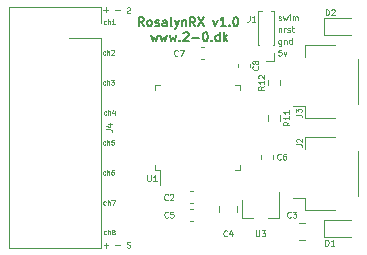
<source format=gbr>
%TF.GenerationSoftware,KiCad,Pcbnew,5.1.8-db9833491~87~ubuntu20.04.1*%
%TF.CreationDate,2020-11-05T18:06:58+01:00*%
%TF.ProjectId,rosalyn-rx,726f7361-6c79-46e2-9d72-782e6b696361,v1.0*%
%TF.SameCoordinates,Original*%
%TF.FileFunction,Legend,Top*%
%TF.FilePolarity,Positive*%
%FSLAX46Y46*%
G04 Gerber Fmt 4.6, Leading zero omitted, Abs format (unit mm)*
G04 Created by KiCad (PCBNEW 5.1.8-db9833491~87~ubuntu20.04.1) date 2020-11-05 18:06:58*
%MOMM*%
%LPD*%
G01*
G04 APERTURE LIST*
%ADD10C,0.100000*%
%ADD11C,0.125000*%
%ADD12C,0.187500*%
%ADD13C,0.120000*%
G04 APERTURE END LIST*
D10*
X127233809Y-109031904D02*
X127195714Y-109050952D01*
X127119523Y-109050952D01*
X127081428Y-109031904D01*
X127062380Y-109012857D01*
X127043333Y-108974761D01*
X127043333Y-108860476D01*
X127062380Y-108822380D01*
X127081428Y-108803333D01*
X127119523Y-108784285D01*
X127195714Y-108784285D01*
X127233809Y-108803333D01*
X127405238Y-109050952D02*
X127405238Y-108650952D01*
X127576666Y-109050952D02*
X127576666Y-108841428D01*
X127557619Y-108803333D01*
X127519523Y-108784285D01*
X127462380Y-108784285D01*
X127424285Y-108803333D01*
X127405238Y-108822380D01*
X127824285Y-108822380D02*
X127786190Y-108803333D01*
X127767142Y-108784285D01*
X127748095Y-108746190D01*
X127748095Y-108727142D01*
X127767142Y-108689047D01*
X127786190Y-108670000D01*
X127824285Y-108650952D01*
X127900476Y-108650952D01*
X127938571Y-108670000D01*
X127957619Y-108689047D01*
X127976666Y-108727142D01*
X127976666Y-108746190D01*
X127957619Y-108784285D01*
X127938571Y-108803333D01*
X127900476Y-108822380D01*
X127824285Y-108822380D01*
X127786190Y-108841428D01*
X127767142Y-108860476D01*
X127748095Y-108898571D01*
X127748095Y-108974761D01*
X127767142Y-109012857D01*
X127786190Y-109031904D01*
X127824285Y-109050952D01*
X127900476Y-109050952D01*
X127938571Y-109031904D01*
X127957619Y-109012857D01*
X127976666Y-108974761D01*
X127976666Y-108898571D01*
X127957619Y-108860476D01*
X127938571Y-108841428D01*
X127900476Y-108822380D01*
X127213809Y-106501904D02*
X127175714Y-106520952D01*
X127099523Y-106520952D01*
X127061428Y-106501904D01*
X127042380Y-106482857D01*
X127023333Y-106444761D01*
X127023333Y-106330476D01*
X127042380Y-106292380D01*
X127061428Y-106273333D01*
X127099523Y-106254285D01*
X127175714Y-106254285D01*
X127213809Y-106273333D01*
X127385238Y-106520952D02*
X127385238Y-106120952D01*
X127556666Y-106520952D02*
X127556666Y-106311428D01*
X127537619Y-106273333D01*
X127499523Y-106254285D01*
X127442380Y-106254285D01*
X127404285Y-106273333D01*
X127385238Y-106292380D01*
X127709047Y-106120952D02*
X127975714Y-106120952D01*
X127804285Y-106520952D01*
X127193809Y-103971904D02*
X127155714Y-103990952D01*
X127079523Y-103990952D01*
X127041428Y-103971904D01*
X127022380Y-103952857D01*
X127003333Y-103914761D01*
X127003333Y-103800476D01*
X127022380Y-103762380D01*
X127041428Y-103743333D01*
X127079523Y-103724285D01*
X127155714Y-103724285D01*
X127193809Y-103743333D01*
X127365238Y-103990952D02*
X127365238Y-103590952D01*
X127536666Y-103990952D02*
X127536666Y-103781428D01*
X127517619Y-103743333D01*
X127479523Y-103724285D01*
X127422380Y-103724285D01*
X127384285Y-103743333D01*
X127365238Y-103762380D01*
X127898571Y-103590952D02*
X127822380Y-103590952D01*
X127784285Y-103610000D01*
X127765238Y-103629047D01*
X127727142Y-103686190D01*
X127708095Y-103762380D01*
X127708095Y-103914761D01*
X127727142Y-103952857D01*
X127746190Y-103971904D01*
X127784285Y-103990952D01*
X127860476Y-103990952D01*
X127898571Y-103971904D01*
X127917619Y-103952857D01*
X127936666Y-103914761D01*
X127936666Y-103819523D01*
X127917619Y-103781428D01*
X127898571Y-103762380D01*
X127860476Y-103743333D01*
X127784285Y-103743333D01*
X127746190Y-103762380D01*
X127727142Y-103781428D01*
X127708095Y-103819523D01*
X127193809Y-101431904D02*
X127155714Y-101450952D01*
X127079523Y-101450952D01*
X127041428Y-101431904D01*
X127022380Y-101412857D01*
X127003333Y-101374761D01*
X127003333Y-101260476D01*
X127022380Y-101222380D01*
X127041428Y-101203333D01*
X127079523Y-101184285D01*
X127155714Y-101184285D01*
X127193809Y-101203333D01*
X127365238Y-101450952D02*
X127365238Y-101050952D01*
X127536666Y-101450952D02*
X127536666Y-101241428D01*
X127517619Y-101203333D01*
X127479523Y-101184285D01*
X127422380Y-101184285D01*
X127384285Y-101203333D01*
X127365238Y-101222380D01*
X127917619Y-101050952D02*
X127727142Y-101050952D01*
X127708095Y-101241428D01*
X127727142Y-101222380D01*
X127765238Y-101203333D01*
X127860476Y-101203333D01*
X127898571Y-101222380D01*
X127917619Y-101241428D01*
X127936666Y-101279523D01*
X127936666Y-101374761D01*
X127917619Y-101412857D01*
X127898571Y-101431904D01*
X127860476Y-101450952D01*
X127765238Y-101450952D01*
X127727142Y-101431904D01*
X127708095Y-101412857D01*
X127273809Y-98881904D02*
X127235714Y-98900952D01*
X127159523Y-98900952D01*
X127121428Y-98881904D01*
X127102380Y-98862857D01*
X127083333Y-98824761D01*
X127083333Y-98710476D01*
X127102380Y-98672380D01*
X127121428Y-98653333D01*
X127159523Y-98634285D01*
X127235714Y-98634285D01*
X127273809Y-98653333D01*
X127445238Y-98900952D02*
X127445238Y-98500952D01*
X127616666Y-98900952D02*
X127616666Y-98691428D01*
X127597619Y-98653333D01*
X127559523Y-98634285D01*
X127502380Y-98634285D01*
X127464285Y-98653333D01*
X127445238Y-98672380D01*
X127978571Y-98634285D02*
X127978571Y-98900952D01*
X127883333Y-98481904D02*
X127788095Y-98767619D01*
X128035714Y-98767619D01*
X127183809Y-96351904D02*
X127145714Y-96370952D01*
X127069523Y-96370952D01*
X127031428Y-96351904D01*
X127012380Y-96332857D01*
X126993333Y-96294761D01*
X126993333Y-96180476D01*
X127012380Y-96142380D01*
X127031428Y-96123333D01*
X127069523Y-96104285D01*
X127145714Y-96104285D01*
X127183809Y-96123333D01*
X127355238Y-96370952D02*
X127355238Y-95970952D01*
X127526666Y-96370952D02*
X127526666Y-96161428D01*
X127507619Y-96123333D01*
X127469523Y-96104285D01*
X127412380Y-96104285D01*
X127374285Y-96123333D01*
X127355238Y-96142380D01*
X127679047Y-95970952D02*
X127926666Y-95970952D01*
X127793333Y-96123333D01*
X127850476Y-96123333D01*
X127888571Y-96142380D01*
X127907619Y-96161428D01*
X127926666Y-96199523D01*
X127926666Y-96294761D01*
X127907619Y-96332857D01*
X127888571Y-96351904D01*
X127850476Y-96370952D01*
X127736190Y-96370952D01*
X127698095Y-96351904D01*
X127679047Y-96332857D01*
X127193809Y-93801904D02*
X127155714Y-93820952D01*
X127079523Y-93820952D01*
X127041428Y-93801904D01*
X127022380Y-93782857D01*
X127003333Y-93744761D01*
X127003333Y-93630476D01*
X127022380Y-93592380D01*
X127041428Y-93573333D01*
X127079523Y-93554285D01*
X127155714Y-93554285D01*
X127193809Y-93573333D01*
X127365238Y-93820952D02*
X127365238Y-93420952D01*
X127536666Y-93820952D02*
X127536666Y-93611428D01*
X127517619Y-93573333D01*
X127479523Y-93554285D01*
X127422380Y-93554285D01*
X127384285Y-93573333D01*
X127365238Y-93592380D01*
X127708095Y-93459047D02*
X127727142Y-93440000D01*
X127765238Y-93420952D01*
X127860476Y-93420952D01*
X127898571Y-93440000D01*
X127917619Y-93459047D01*
X127936666Y-93497142D01*
X127936666Y-93535238D01*
X127917619Y-93592380D01*
X127689047Y-93820952D01*
X127936666Y-93820952D01*
X127233809Y-91231904D02*
X127195714Y-91250952D01*
X127119523Y-91250952D01*
X127081428Y-91231904D01*
X127062380Y-91212857D01*
X127043333Y-91174761D01*
X127043333Y-91060476D01*
X127062380Y-91022380D01*
X127081428Y-91003333D01*
X127119523Y-90984285D01*
X127195714Y-90984285D01*
X127233809Y-91003333D01*
X127405238Y-91250952D02*
X127405238Y-90850952D01*
X127576666Y-91250952D02*
X127576666Y-91041428D01*
X127557619Y-91003333D01*
X127519523Y-90984285D01*
X127462380Y-90984285D01*
X127424285Y-91003333D01*
X127405238Y-91022380D01*
X127976666Y-91250952D02*
X127748095Y-91250952D01*
X127862380Y-91250952D02*
X127862380Y-90850952D01*
X127824285Y-90908095D01*
X127786190Y-90946190D01*
X127748095Y-90965238D01*
D11*
X127050952Y-109975714D02*
X127431904Y-109975714D01*
X127241428Y-110166190D02*
X127241428Y-109785238D01*
X128050952Y-109975714D02*
X128431904Y-109975714D01*
X129027142Y-110142380D02*
X129098571Y-110166190D01*
X129217619Y-110166190D01*
X129265238Y-110142380D01*
X129289047Y-110118571D01*
X129312857Y-110070952D01*
X129312857Y-110023333D01*
X129289047Y-109975714D01*
X129265238Y-109951904D01*
X129217619Y-109928095D01*
X129122380Y-109904285D01*
X129074761Y-109880476D01*
X129050952Y-109856666D01*
X129027142Y-109809047D01*
X129027142Y-109761428D01*
X129050952Y-109713809D01*
X129074761Y-109690000D01*
X129122380Y-109666190D01*
X129241428Y-109666190D01*
X129312857Y-109690000D01*
D12*
X131060000Y-92179285D02*
X131202857Y-92679285D01*
X131345714Y-92322142D01*
X131488571Y-92679285D01*
X131631428Y-92179285D01*
X131845714Y-92179285D02*
X131988571Y-92679285D01*
X132131428Y-92322142D01*
X132274285Y-92679285D01*
X132417142Y-92179285D01*
X132631428Y-92179285D02*
X132774285Y-92679285D01*
X132917142Y-92322142D01*
X133060000Y-92679285D01*
X133202857Y-92179285D01*
X133488571Y-92607857D02*
X133524285Y-92643571D01*
X133488571Y-92679285D01*
X133452857Y-92643571D01*
X133488571Y-92607857D01*
X133488571Y-92679285D01*
X133810000Y-92000714D02*
X133845714Y-91965000D01*
X133917142Y-91929285D01*
X134095714Y-91929285D01*
X134167142Y-91965000D01*
X134202857Y-92000714D01*
X134238571Y-92072142D01*
X134238571Y-92143571D01*
X134202857Y-92250714D01*
X133774285Y-92679285D01*
X134238571Y-92679285D01*
X134560000Y-92393571D02*
X135131428Y-92393571D01*
X135631428Y-91929285D02*
X135702857Y-91929285D01*
X135774285Y-91965000D01*
X135810000Y-92000714D01*
X135845714Y-92072142D01*
X135881428Y-92215000D01*
X135881428Y-92393571D01*
X135845714Y-92536428D01*
X135810000Y-92607857D01*
X135774285Y-92643571D01*
X135702857Y-92679285D01*
X135631428Y-92679285D01*
X135560000Y-92643571D01*
X135524285Y-92607857D01*
X135488571Y-92536428D01*
X135452857Y-92393571D01*
X135452857Y-92215000D01*
X135488571Y-92072142D01*
X135524285Y-92000714D01*
X135560000Y-91965000D01*
X135631428Y-91929285D01*
X136202857Y-92607857D02*
X136238571Y-92643571D01*
X136202857Y-92679285D01*
X136167142Y-92643571D01*
X136202857Y-92607857D01*
X136202857Y-92679285D01*
X136881428Y-92679285D02*
X136881428Y-91929285D01*
X136881428Y-92643571D02*
X136810000Y-92679285D01*
X136667142Y-92679285D01*
X136595714Y-92643571D01*
X136560000Y-92607857D01*
X136524285Y-92536428D01*
X136524285Y-92322142D01*
X136560000Y-92250714D01*
X136595714Y-92215000D01*
X136667142Y-92179285D01*
X136810000Y-92179285D01*
X136881428Y-92215000D01*
X137238571Y-92679285D02*
X137238571Y-91929285D01*
X137310000Y-92393571D02*
X137524285Y-92679285D01*
X137524285Y-92179285D02*
X137238571Y-92465000D01*
X130452142Y-91409285D02*
X130202142Y-91052142D01*
X130023571Y-91409285D02*
X130023571Y-90659285D01*
X130309285Y-90659285D01*
X130380714Y-90695000D01*
X130416428Y-90730714D01*
X130452142Y-90802142D01*
X130452142Y-90909285D01*
X130416428Y-90980714D01*
X130380714Y-91016428D01*
X130309285Y-91052142D01*
X130023571Y-91052142D01*
X130880714Y-91409285D02*
X130809285Y-91373571D01*
X130773571Y-91337857D01*
X130737857Y-91266428D01*
X130737857Y-91052142D01*
X130773571Y-90980714D01*
X130809285Y-90945000D01*
X130880714Y-90909285D01*
X130987857Y-90909285D01*
X131059285Y-90945000D01*
X131095000Y-90980714D01*
X131130714Y-91052142D01*
X131130714Y-91266428D01*
X131095000Y-91337857D01*
X131059285Y-91373571D01*
X130987857Y-91409285D01*
X130880714Y-91409285D01*
X131416428Y-91373571D02*
X131487857Y-91409285D01*
X131630714Y-91409285D01*
X131702142Y-91373571D01*
X131737857Y-91302142D01*
X131737857Y-91266428D01*
X131702142Y-91195000D01*
X131630714Y-91159285D01*
X131523571Y-91159285D01*
X131452142Y-91123571D01*
X131416428Y-91052142D01*
X131416428Y-91016428D01*
X131452142Y-90945000D01*
X131523571Y-90909285D01*
X131630714Y-90909285D01*
X131702142Y-90945000D01*
X132380714Y-91409285D02*
X132380714Y-91016428D01*
X132345000Y-90945000D01*
X132273571Y-90909285D01*
X132130714Y-90909285D01*
X132059285Y-90945000D01*
X132380714Y-91373571D02*
X132309285Y-91409285D01*
X132130714Y-91409285D01*
X132059285Y-91373571D01*
X132023571Y-91302142D01*
X132023571Y-91230714D01*
X132059285Y-91159285D01*
X132130714Y-91123571D01*
X132309285Y-91123571D01*
X132380714Y-91087857D01*
X132845000Y-91409285D02*
X132773571Y-91373571D01*
X132737857Y-91302142D01*
X132737857Y-90659285D01*
X133059285Y-90909285D02*
X133237857Y-91409285D01*
X133416428Y-90909285D02*
X133237857Y-91409285D01*
X133166428Y-91587857D01*
X133130714Y-91623571D01*
X133059285Y-91659285D01*
X133702142Y-90909285D02*
X133702142Y-91409285D01*
X133702142Y-90980714D02*
X133737857Y-90945000D01*
X133809285Y-90909285D01*
X133916428Y-90909285D01*
X133987857Y-90945000D01*
X134023571Y-91016428D01*
X134023571Y-91409285D01*
X134809285Y-91409285D02*
X134559285Y-91052142D01*
X134380714Y-91409285D02*
X134380714Y-90659285D01*
X134666428Y-90659285D01*
X134737857Y-90695000D01*
X134773571Y-90730714D01*
X134809285Y-90802142D01*
X134809285Y-90909285D01*
X134773571Y-90980714D01*
X134737857Y-91016428D01*
X134666428Y-91052142D01*
X134380714Y-91052142D01*
X135059285Y-90659285D02*
X135559285Y-91409285D01*
X135559285Y-90659285D02*
X135059285Y-91409285D01*
X136345000Y-90909285D02*
X136523571Y-91409285D01*
X136702142Y-90909285D01*
X137380714Y-91409285D02*
X136952142Y-91409285D01*
X137166428Y-91409285D02*
X137166428Y-90659285D01*
X137095000Y-90766428D01*
X137023571Y-90837857D01*
X136952142Y-90873571D01*
X137702142Y-91337857D02*
X137737857Y-91373571D01*
X137702142Y-91409285D01*
X137666428Y-91373571D01*
X137702142Y-91337857D01*
X137702142Y-91409285D01*
X138202142Y-90659285D02*
X138273571Y-90659285D01*
X138345000Y-90695000D01*
X138380714Y-90730714D01*
X138416428Y-90802142D01*
X138452142Y-90945000D01*
X138452142Y-91123571D01*
X138416428Y-91266428D01*
X138380714Y-91337857D01*
X138345000Y-91373571D01*
X138273571Y-91409285D01*
X138202142Y-91409285D01*
X138130714Y-91373571D01*
X138095000Y-91337857D01*
X138059285Y-91266428D01*
X138023571Y-91123571D01*
X138023571Y-90945000D01*
X138059285Y-90802142D01*
X138095000Y-90730714D01*
X138130714Y-90695000D01*
X138202142Y-90659285D01*
D11*
X127030952Y-90024285D02*
X127411904Y-90024285D01*
X127221428Y-89833809D02*
X127221428Y-90214761D01*
X128030952Y-90024285D02*
X128411904Y-90024285D01*
X129007142Y-89857619D02*
X129078571Y-89833809D01*
X129197619Y-89833809D01*
X129245238Y-89857619D01*
X129269047Y-89881428D01*
X129292857Y-89929047D01*
X129292857Y-89976666D01*
X129269047Y-90024285D01*
X129245238Y-90048095D01*
X129197619Y-90071904D01*
X129102380Y-90095714D01*
X129054761Y-90119523D01*
X129030952Y-90143333D01*
X129007142Y-90190952D01*
X129007142Y-90238571D01*
X129030952Y-90286190D01*
X129054761Y-90310000D01*
X129102380Y-90333809D01*
X129221428Y-90333809D01*
X129292857Y-90310000D01*
X141858571Y-90902380D02*
X141906190Y-90926190D01*
X142001428Y-90926190D01*
X142049047Y-90902380D01*
X142072857Y-90854761D01*
X142072857Y-90830952D01*
X142049047Y-90783333D01*
X142001428Y-90759523D01*
X141930000Y-90759523D01*
X141882380Y-90735714D01*
X141858571Y-90688095D01*
X141858571Y-90664285D01*
X141882380Y-90616666D01*
X141930000Y-90592857D01*
X142001428Y-90592857D01*
X142049047Y-90616666D01*
X142239523Y-90592857D02*
X142334761Y-90926190D01*
X142430000Y-90688095D01*
X142525238Y-90926190D01*
X142620476Y-90592857D01*
X142810952Y-90926190D02*
X142810952Y-90592857D01*
X142810952Y-90426190D02*
X142787142Y-90450000D01*
X142810952Y-90473809D01*
X142834761Y-90450000D01*
X142810952Y-90426190D01*
X142810952Y-90473809D01*
X143049047Y-90926190D02*
X143049047Y-90592857D01*
X143049047Y-90640476D02*
X143072857Y-90616666D01*
X143120476Y-90592857D01*
X143191904Y-90592857D01*
X143239523Y-90616666D01*
X143263333Y-90664285D01*
X143263333Y-90926190D01*
X143263333Y-90664285D02*
X143287142Y-90616666D01*
X143334761Y-90592857D01*
X143406190Y-90592857D01*
X143453809Y-90616666D01*
X143477619Y-90664285D01*
X143477619Y-90926190D01*
X141872857Y-91592857D02*
X141872857Y-91926190D01*
X141872857Y-91640476D02*
X141896666Y-91616666D01*
X141944285Y-91592857D01*
X142015714Y-91592857D01*
X142063333Y-91616666D01*
X142087142Y-91664285D01*
X142087142Y-91926190D01*
X142325238Y-91926190D02*
X142325238Y-91592857D01*
X142325238Y-91688095D02*
X142349047Y-91640476D01*
X142372857Y-91616666D01*
X142420476Y-91592857D01*
X142468095Y-91592857D01*
X142610952Y-91902380D02*
X142658571Y-91926190D01*
X142753809Y-91926190D01*
X142801428Y-91902380D01*
X142825238Y-91854761D01*
X142825238Y-91830952D01*
X142801428Y-91783333D01*
X142753809Y-91759523D01*
X142682380Y-91759523D01*
X142634761Y-91735714D01*
X142610952Y-91688095D01*
X142610952Y-91664285D01*
X142634761Y-91616666D01*
X142682380Y-91592857D01*
X142753809Y-91592857D01*
X142801428Y-91616666D01*
X142968095Y-91592857D02*
X143158571Y-91592857D01*
X143039523Y-91426190D02*
X143039523Y-91854761D01*
X143063333Y-91902380D01*
X143110952Y-91926190D01*
X143158571Y-91926190D01*
X142084761Y-92582857D02*
X142084761Y-92987619D01*
X142060952Y-93035238D01*
X142037142Y-93059047D01*
X141989523Y-93082857D01*
X141918095Y-93082857D01*
X141870476Y-93059047D01*
X142084761Y-92892380D02*
X142037142Y-92916190D01*
X141941904Y-92916190D01*
X141894285Y-92892380D01*
X141870476Y-92868571D01*
X141846666Y-92820952D01*
X141846666Y-92678095D01*
X141870476Y-92630476D01*
X141894285Y-92606666D01*
X141941904Y-92582857D01*
X142037142Y-92582857D01*
X142084761Y-92606666D01*
X142322857Y-92582857D02*
X142322857Y-92916190D01*
X142322857Y-92630476D02*
X142346666Y-92606666D01*
X142394285Y-92582857D01*
X142465714Y-92582857D01*
X142513333Y-92606666D01*
X142537142Y-92654285D01*
X142537142Y-92916190D01*
X142989523Y-92916190D02*
X142989523Y-92416190D01*
X142989523Y-92892380D02*
X142941904Y-92916190D01*
X142846666Y-92916190D01*
X142799047Y-92892380D01*
X142775238Y-92868571D01*
X142751428Y-92820952D01*
X142751428Y-92678095D01*
X142775238Y-92630476D01*
X142799047Y-92606666D01*
X142846666Y-92582857D01*
X142941904Y-92582857D01*
X142989523Y-92606666D01*
X142098571Y-93406190D02*
X141860476Y-93406190D01*
X141836666Y-93644285D01*
X141860476Y-93620476D01*
X141908095Y-93596666D01*
X142027142Y-93596666D01*
X142074761Y-93620476D01*
X142098571Y-93644285D01*
X142122380Y-93691904D01*
X142122380Y-93810952D01*
X142098571Y-93858571D01*
X142074761Y-93882380D01*
X142027142Y-93906190D01*
X141908095Y-93906190D01*
X141860476Y-93882380D01*
X141836666Y-93858571D01*
X142289047Y-93572857D02*
X142408095Y-93906190D01*
X142527142Y-93572857D01*
D13*
%TO.C,J4*%
X126820000Y-110220000D02*
X119080000Y-110220000D01*
X126820000Y-92380000D02*
X126820000Y-110220000D01*
X119080000Y-89780000D02*
X119080000Y-110220000D01*
X126820000Y-92380000D02*
X124160000Y-92380000D01*
X126820000Y-91110000D02*
X126820000Y-89780000D01*
X126820000Y-89780000D02*
X119080000Y-89780000D01*
%TO.C,J3*%
X148585000Y-98040000D02*
X148585000Y-94160000D01*
X144115000Y-92990000D02*
X144115000Y-94040000D01*
X146615000Y-92990000D02*
X144115000Y-92990000D01*
X144115000Y-98160000D02*
X143125000Y-98160000D01*
X144115000Y-99210000D02*
X144115000Y-98160000D01*
X146615000Y-99210000D02*
X144115000Y-99210000D01*
%TO.C,J2*%
X148585000Y-105840000D02*
X148585000Y-101960000D01*
X144115000Y-100790000D02*
X144115000Y-101840000D01*
X146615000Y-100790000D02*
X144115000Y-100790000D01*
X144115000Y-105960000D02*
X143125000Y-105960000D01*
X144115000Y-107010000D02*
X144115000Y-105960000D01*
X146615000Y-107010000D02*
X144115000Y-107010000D01*
%TO.C,J1*%
X141515000Y-90140000D02*
X141214493Y-90140000D01*
X140425507Y-90140000D02*
X140125000Y-90140000D01*
X141515000Y-93015000D02*
X141515000Y-90140000D01*
X140125000Y-93015000D02*
X140125000Y-90140000D01*
X141515000Y-93015000D02*
X141428276Y-93015000D01*
X140211724Y-93015000D02*
X140125000Y-93015000D01*
X141515000Y-93700000D02*
X141515000Y-94385000D01*
X141515000Y-94385000D02*
X140820000Y-94385000D01*
%TO.C,R12*%
X140955500Y-95952742D02*
X140955500Y-96427258D01*
X142000500Y-95952742D02*
X142000500Y-96427258D01*
%TO.C,R11*%
X140955500Y-98942742D02*
X140955500Y-99417258D01*
X142000500Y-98942742D02*
X142000500Y-99417258D01*
%TO.C,D2*%
X145715000Y-92175000D02*
X148000000Y-92175000D01*
X145715000Y-90705000D02*
X145715000Y-92175000D01*
X148000000Y-90705000D02*
X145715000Y-90705000D01*
%TO.C,D1*%
X145715000Y-109285000D02*
X148000000Y-109285000D01*
X145715000Y-107815000D02*
X145715000Y-109285000D01*
X148000000Y-107815000D02*
X145715000Y-107815000D01*
%TO.C,C7*%
X135259420Y-93200000D02*
X135540580Y-93200000D01*
X135259420Y-94220000D02*
X135540580Y-94220000D01*
%TO.C,C6*%
X140380000Y-102640580D02*
X140380000Y-102359420D01*
X141400000Y-102640580D02*
X141400000Y-102359420D01*
%TO.C,C5*%
X134640580Y-107910000D02*
X134359420Y-107910000D01*
X134640580Y-106890000D02*
X134359420Y-106890000D01*
%TO.C,U3*%
X138760000Y-107640000D02*
X138760000Y-106180000D01*
X141920000Y-107640000D02*
X141920000Y-105480000D01*
X141920000Y-107640000D02*
X140990000Y-107640000D01*
X138760000Y-107640000D02*
X139690000Y-107640000D01*
%TO.C,C4*%
X138325000Y-107141252D02*
X138325000Y-106618748D01*
X136855000Y-107141252D02*
X136855000Y-106618748D01*
%TO.C,C3*%
X144081252Y-108085000D02*
X143558748Y-108085000D01*
X144081252Y-109555000D02*
X143558748Y-109555000D01*
%TO.C,C2*%
X134640580Y-105410000D02*
X134359420Y-105410000D01*
X134640580Y-106430000D02*
X134359420Y-106430000D01*
%TO.C,U1*%
X138610000Y-96840000D02*
X138610000Y-96390000D01*
X138610000Y-96390000D02*
X138160000Y-96390000D01*
X138610000Y-103160000D02*
X138610000Y-103610000D01*
X138610000Y-103610000D02*
X138160000Y-103610000D01*
X131390000Y-96840000D02*
X131390000Y-96390000D01*
X131390000Y-96390000D02*
X131840000Y-96390000D01*
X131390000Y-103160000D02*
X131390000Y-103610000D01*
X131390000Y-103610000D02*
X131840000Y-103610000D01*
X131840000Y-103610000D02*
X131840000Y-104900000D01*
%TO.C,C8*%
X139418000Y-94588420D02*
X139418000Y-94869580D01*
X138398000Y-94588420D02*
X138398000Y-94869580D01*
%TO.C,J4*%
D11*
X127246190Y-100166666D02*
X127603333Y-100166666D01*
X127674761Y-100190476D01*
X127722380Y-100238095D01*
X127746190Y-100309523D01*
X127746190Y-100357142D01*
X127412857Y-99714285D02*
X127746190Y-99714285D01*
X127222380Y-99833333D02*
X127579523Y-99952380D01*
X127579523Y-99642857D01*
%TO.C,J3*%
X143316190Y-98906666D02*
X143673333Y-98906666D01*
X143744761Y-98930476D01*
X143792380Y-98978095D01*
X143816190Y-99049523D01*
X143816190Y-99097142D01*
X143316190Y-98716190D02*
X143316190Y-98406666D01*
X143506666Y-98573333D01*
X143506666Y-98501904D01*
X143530476Y-98454285D01*
X143554285Y-98430476D01*
X143601904Y-98406666D01*
X143720952Y-98406666D01*
X143768571Y-98430476D01*
X143792380Y-98454285D01*
X143816190Y-98501904D01*
X143816190Y-98644761D01*
X143792380Y-98692380D01*
X143768571Y-98716190D01*
%TO.C,J2*%
X143366190Y-101436666D02*
X143723333Y-101436666D01*
X143794761Y-101460476D01*
X143842380Y-101508095D01*
X143866190Y-101579523D01*
X143866190Y-101627142D01*
X143413809Y-101222380D02*
X143390000Y-101198571D01*
X143366190Y-101150952D01*
X143366190Y-101031904D01*
X143390000Y-100984285D01*
X143413809Y-100960476D01*
X143461428Y-100936666D01*
X143509047Y-100936666D01*
X143580476Y-100960476D01*
X143866190Y-101246190D01*
X143866190Y-100936666D01*
%TO.C,J1*%
X139403333Y-90536190D02*
X139403333Y-90893333D01*
X139379523Y-90964761D01*
X139331904Y-91012380D01*
X139260476Y-91036190D01*
X139212857Y-91036190D01*
X139903333Y-91036190D02*
X139617619Y-91036190D01*
X139760476Y-91036190D02*
X139760476Y-90536190D01*
X139712857Y-90607619D01*
X139665238Y-90655238D01*
X139617619Y-90679047D01*
%TO.C,R12*%
X140656190Y-96511428D02*
X140418095Y-96678095D01*
X140656190Y-96797142D02*
X140156190Y-96797142D01*
X140156190Y-96606666D01*
X140180000Y-96559047D01*
X140203809Y-96535238D01*
X140251428Y-96511428D01*
X140322857Y-96511428D01*
X140370476Y-96535238D01*
X140394285Y-96559047D01*
X140418095Y-96606666D01*
X140418095Y-96797142D01*
X140656190Y-96035238D02*
X140656190Y-96320952D01*
X140656190Y-96178095D02*
X140156190Y-96178095D01*
X140227619Y-96225714D01*
X140275238Y-96273333D01*
X140299047Y-96320952D01*
X140203809Y-95844761D02*
X140180000Y-95820952D01*
X140156190Y-95773333D01*
X140156190Y-95654285D01*
X140180000Y-95606666D01*
X140203809Y-95582857D01*
X140251428Y-95559047D01*
X140299047Y-95559047D01*
X140370476Y-95582857D01*
X140656190Y-95868571D01*
X140656190Y-95559047D01*
%TO.C,R11*%
X142776190Y-99511428D02*
X142538095Y-99678095D01*
X142776190Y-99797142D02*
X142276190Y-99797142D01*
X142276190Y-99606666D01*
X142300000Y-99559047D01*
X142323809Y-99535238D01*
X142371428Y-99511428D01*
X142442857Y-99511428D01*
X142490476Y-99535238D01*
X142514285Y-99559047D01*
X142538095Y-99606666D01*
X142538095Y-99797142D01*
X142776190Y-99035238D02*
X142776190Y-99320952D01*
X142776190Y-99178095D02*
X142276190Y-99178095D01*
X142347619Y-99225714D01*
X142395238Y-99273333D01*
X142419047Y-99320952D01*
X142776190Y-98559047D02*
X142776190Y-98844761D01*
X142776190Y-98701904D02*
X142276190Y-98701904D01*
X142347619Y-98749523D01*
X142395238Y-98797142D01*
X142419047Y-98844761D01*
%TO.C,D2*%
X145850952Y-90486190D02*
X145850952Y-89986190D01*
X145970000Y-89986190D01*
X146041428Y-90010000D01*
X146089047Y-90057619D01*
X146112857Y-90105238D01*
X146136666Y-90200476D01*
X146136666Y-90271904D01*
X146112857Y-90367142D01*
X146089047Y-90414761D01*
X146041428Y-90462380D01*
X145970000Y-90486190D01*
X145850952Y-90486190D01*
X146327142Y-90033809D02*
X146350952Y-90010000D01*
X146398571Y-89986190D01*
X146517619Y-89986190D01*
X146565238Y-90010000D01*
X146589047Y-90033809D01*
X146612857Y-90081428D01*
X146612857Y-90129047D01*
X146589047Y-90200476D01*
X146303333Y-90486190D01*
X146612857Y-90486190D01*
%TO.C,D1*%
X145820952Y-109996190D02*
X145820952Y-109496190D01*
X145940000Y-109496190D01*
X146011428Y-109520000D01*
X146059047Y-109567619D01*
X146082857Y-109615238D01*
X146106666Y-109710476D01*
X146106666Y-109781904D01*
X146082857Y-109877142D01*
X146059047Y-109924761D01*
X146011428Y-109972380D01*
X145940000Y-109996190D01*
X145820952Y-109996190D01*
X146582857Y-109996190D02*
X146297142Y-109996190D01*
X146440000Y-109996190D02*
X146440000Y-109496190D01*
X146392380Y-109567619D01*
X146344761Y-109615238D01*
X146297142Y-109639047D01*
%TO.C,C7*%
X133316666Y-93888571D02*
X133292857Y-93912380D01*
X133221428Y-93936190D01*
X133173809Y-93936190D01*
X133102380Y-93912380D01*
X133054761Y-93864761D01*
X133030952Y-93817142D01*
X133007142Y-93721904D01*
X133007142Y-93650476D01*
X133030952Y-93555238D01*
X133054761Y-93507619D01*
X133102380Y-93460000D01*
X133173809Y-93436190D01*
X133221428Y-93436190D01*
X133292857Y-93460000D01*
X133316666Y-93483809D01*
X133483333Y-93436190D02*
X133816666Y-93436190D01*
X133602380Y-93936190D01*
%TO.C,C6*%
X142046666Y-102678571D02*
X142022857Y-102702380D01*
X141951428Y-102726190D01*
X141903809Y-102726190D01*
X141832380Y-102702380D01*
X141784761Y-102654761D01*
X141760952Y-102607142D01*
X141737142Y-102511904D01*
X141737142Y-102440476D01*
X141760952Y-102345238D01*
X141784761Y-102297619D01*
X141832380Y-102250000D01*
X141903809Y-102226190D01*
X141951428Y-102226190D01*
X142022857Y-102250000D01*
X142046666Y-102273809D01*
X142475238Y-102226190D02*
X142380000Y-102226190D01*
X142332380Y-102250000D01*
X142308571Y-102273809D01*
X142260952Y-102345238D01*
X142237142Y-102440476D01*
X142237142Y-102630952D01*
X142260952Y-102678571D01*
X142284761Y-102702380D01*
X142332380Y-102726190D01*
X142427619Y-102726190D01*
X142475238Y-102702380D01*
X142499047Y-102678571D01*
X142522857Y-102630952D01*
X142522857Y-102511904D01*
X142499047Y-102464285D01*
X142475238Y-102440476D01*
X142427619Y-102416666D01*
X142332380Y-102416666D01*
X142284761Y-102440476D01*
X142260952Y-102464285D01*
X142237142Y-102511904D01*
%TO.C,C5*%
D10*
X132496666Y-107578571D02*
X132472857Y-107602380D01*
X132401428Y-107626190D01*
X132353809Y-107626190D01*
X132282380Y-107602380D01*
X132234761Y-107554761D01*
X132210952Y-107507142D01*
X132187142Y-107411904D01*
X132187142Y-107340476D01*
X132210952Y-107245238D01*
X132234761Y-107197619D01*
X132282380Y-107150000D01*
X132353809Y-107126190D01*
X132401428Y-107126190D01*
X132472857Y-107150000D01*
X132496666Y-107173809D01*
X132949047Y-107126190D02*
X132710952Y-107126190D01*
X132687142Y-107364285D01*
X132710952Y-107340476D01*
X132758571Y-107316666D01*
X132877619Y-107316666D01*
X132925238Y-107340476D01*
X132949047Y-107364285D01*
X132972857Y-107411904D01*
X132972857Y-107530952D01*
X132949047Y-107578571D01*
X132925238Y-107602380D01*
X132877619Y-107626190D01*
X132758571Y-107626190D01*
X132710952Y-107602380D01*
X132687142Y-107578571D01*
%TO.C,U3*%
D11*
X139959047Y-108706190D02*
X139959047Y-109110952D01*
X139982857Y-109158571D01*
X140006666Y-109182380D01*
X140054285Y-109206190D01*
X140149523Y-109206190D01*
X140197142Y-109182380D01*
X140220952Y-109158571D01*
X140244761Y-109110952D01*
X140244761Y-108706190D01*
X140435238Y-108706190D02*
X140744761Y-108706190D01*
X140578095Y-108896666D01*
X140649523Y-108896666D01*
X140697142Y-108920476D01*
X140720952Y-108944285D01*
X140744761Y-108991904D01*
X140744761Y-109110952D01*
X140720952Y-109158571D01*
X140697142Y-109182380D01*
X140649523Y-109206190D01*
X140506666Y-109206190D01*
X140459047Y-109182380D01*
X140435238Y-109158571D01*
%TO.C,C4*%
X137506666Y-109168571D02*
X137482857Y-109192380D01*
X137411428Y-109216190D01*
X137363809Y-109216190D01*
X137292380Y-109192380D01*
X137244761Y-109144761D01*
X137220952Y-109097142D01*
X137197142Y-109001904D01*
X137197142Y-108930476D01*
X137220952Y-108835238D01*
X137244761Y-108787619D01*
X137292380Y-108740000D01*
X137363809Y-108716190D01*
X137411428Y-108716190D01*
X137482857Y-108740000D01*
X137506666Y-108763809D01*
X137935238Y-108882857D02*
X137935238Y-109216190D01*
X137816190Y-108692380D02*
X137697142Y-109049523D01*
X138006666Y-109049523D01*
%TO.C,C3*%
X142896666Y-107588571D02*
X142872857Y-107612380D01*
X142801428Y-107636190D01*
X142753809Y-107636190D01*
X142682380Y-107612380D01*
X142634761Y-107564761D01*
X142610952Y-107517142D01*
X142587142Y-107421904D01*
X142587142Y-107350476D01*
X142610952Y-107255238D01*
X142634761Y-107207619D01*
X142682380Y-107160000D01*
X142753809Y-107136190D01*
X142801428Y-107136190D01*
X142872857Y-107160000D01*
X142896666Y-107183809D01*
X143063333Y-107136190D02*
X143372857Y-107136190D01*
X143206190Y-107326666D01*
X143277619Y-107326666D01*
X143325238Y-107350476D01*
X143349047Y-107374285D01*
X143372857Y-107421904D01*
X143372857Y-107540952D01*
X143349047Y-107588571D01*
X143325238Y-107612380D01*
X143277619Y-107636190D01*
X143134761Y-107636190D01*
X143087142Y-107612380D01*
X143063333Y-107588571D01*
%TO.C,C2*%
X132486666Y-106098571D02*
X132462857Y-106122380D01*
X132391428Y-106146190D01*
X132343809Y-106146190D01*
X132272380Y-106122380D01*
X132224761Y-106074761D01*
X132200952Y-106027142D01*
X132177142Y-105931904D01*
X132177142Y-105860476D01*
X132200952Y-105765238D01*
X132224761Y-105717619D01*
X132272380Y-105670000D01*
X132343809Y-105646190D01*
X132391428Y-105646190D01*
X132462857Y-105670000D01*
X132486666Y-105693809D01*
X132677142Y-105693809D02*
X132700952Y-105670000D01*
X132748571Y-105646190D01*
X132867619Y-105646190D01*
X132915238Y-105670000D01*
X132939047Y-105693809D01*
X132962857Y-105741428D01*
X132962857Y-105789047D01*
X132939047Y-105860476D01*
X132653333Y-106146190D01*
X132962857Y-106146190D01*
%TO.C,U1*%
X130759047Y-104046190D02*
X130759047Y-104450952D01*
X130782857Y-104498571D01*
X130806666Y-104522380D01*
X130854285Y-104546190D01*
X130949523Y-104546190D01*
X130997142Y-104522380D01*
X131020952Y-104498571D01*
X131044761Y-104450952D01*
X131044761Y-104046190D01*
X131544761Y-104546190D02*
X131259047Y-104546190D01*
X131401904Y-104546190D02*
X131401904Y-104046190D01*
X131354285Y-104117619D01*
X131306666Y-104165238D01*
X131259047Y-104189047D01*
%TO.C,C8*%
X140108571Y-94813333D02*
X140132380Y-94837142D01*
X140156190Y-94908571D01*
X140156190Y-94956190D01*
X140132380Y-95027619D01*
X140084761Y-95075238D01*
X140037142Y-95099047D01*
X139941904Y-95122857D01*
X139870476Y-95122857D01*
X139775238Y-95099047D01*
X139727619Y-95075238D01*
X139680000Y-95027619D01*
X139656190Y-94956190D01*
X139656190Y-94908571D01*
X139680000Y-94837142D01*
X139703809Y-94813333D01*
X139870476Y-94527619D02*
X139846666Y-94575238D01*
X139822857Y-94599047D01*
X139775238Y-94622857D01*
X139751428Y-94622857D01*
X139703809Y-94599047D01*
X139680000Y-94575238D01*
X139656190Y-94527619D01*
X139656190Y-94432380D01*
X139680000Y-94384761D01*
X139703809Y-94360952D01*
X139751428Y-94337142D01*
X139775238Y-94337142D01*
X139822857Y-94360952D01*
X139846666Y-94384761D01*
X139870476Y-94432380D01*
X139870476Y-94527619D01*
X139894285Y-94575238D01*
X139918095Y-94599047D01*
X139965714Y-94622857D01*
X140060952Y-94622857D01*
X140108571Y-94599047D01*
X140132380Y-94575238D01*
X140156190Y-94527619D01*
X140156190Y-94432380D01*
X140132380Y-94384761D01*
X140108571Y-94360952D01*
X140060952Y-94337142D01*
X139965714Y-94337142D01*
X139918095Y-94360952D01*
X139894285Y-94384761D01*
X139870476Y-94432380D01*
%TD*%
M02*

</source>
